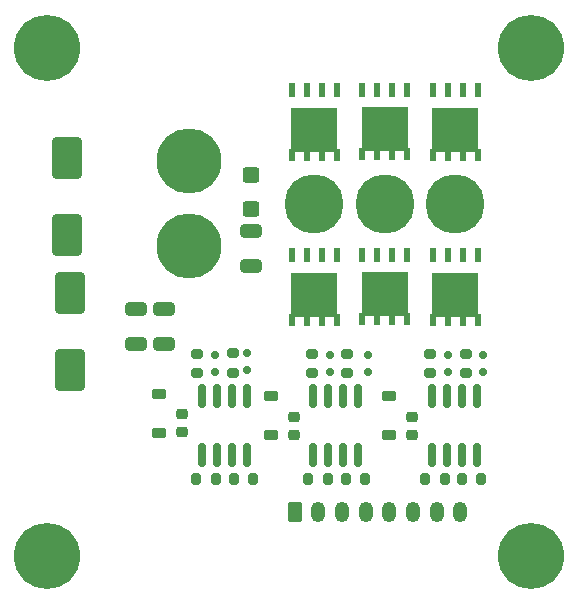
<source format=gts>
%TF.GenerationSoftware,KiCad,Pcbnew,8.0.1*%
%TF.CreationDate,2024-09-08T16:24:45+01:00*%
%TF.ProjectId,BaselineRP2040MotorController,42617365-6c69-46e6-9552-50323034304d,rev?*%
%TF.SameCoordinates,Original*%
%TF.FileFunction,Soldermask,Top*%
%TF.FilePolarity,Negative*%
%FSLAX46Y46*%
G04 Gerber Fmt 4.6, Leading zero omitted, Abs format (unit mm)*
G04 Created by KiCad (PCBNEW 8.0.1) date 2024-09-08 16:24:45*
%MOMM*%
%LPD*%
G01*
G04 APERTURE LIST*
G04 Aperture macros list*
%AMRoundRect*
0 Rectangle with rounded corners*
0 $1 Rounding radius*
0 $2 $3 $4 $5 $6 $7 $8 $9 X,Y pos of 4 corners*
0 Add a 4 corners polygon primitive as box body*
4,1,4,$2,$3,$4,$5,$6,$7,$8,$9,$2,$3,0*
0 Add four circle primitives for the rounded corners*
1,1,$1+$1,$2,$3*
1,1,$1+$1,$4,$5*
1,1,$1+$1,$6,$7*
1,1,$1+$1,$8,$9*
0 Add four rect primitives between the rounded corners*
20,1,$1+$1,$2,$3,$4,$5,0*
20,1,$1+$1,$4,$5,$6,$7,0*
20,1,$1+$1,$6,$7,$8,$9,0*
20,1,$1+$1,$8,$9,$2,$3,0*%
G04 Aperture macros list end*
%ADD10C,5.500000*%
%ADD11R,0.610000X1.270000*%
%ADD12R,3.910000X3.810000*%
%ADD13R,0.610000X1.020000*%
%ADD14RoundRect,0.225000X-0.250000X0.225000X-0.250000X-0.225000X0.250000X-0.225000X0.250000X0.225000X0*%
%ADD15RoundRect,0.250000X0.450000X-0.400000X0.450000X0.400000X-0.450000X0.400000X-0.450000X-0.400000X0*%
%ADD16RoundRect,0.200000X0.275000X-0.200000X0.275000X0.200000X-0.275000X0.200000X-0.275000X-0.200000X0*%
%ADD17RoundRect,0.150000X0.150000X-0.825000X0.150000X0.825000X-0.150000X0.825000X-0.150000X-0.825000X0*%
%ADD18RoundRect,0.250000X-0.650000X0.325000X-0.650000X-0.325000X0.650000X-0.325000X0.650000X0.325000X0*%
%ADD19C,2.900000*%
%ADD20C,5.000000*%
%ADD21RoundRect,0.200000X-0.200000X-0.275000X0.200000X-0.275000X0.200000X0.275000X-0.200000X0.275000X0*%
%ADD22RoundRect,0.150000X-0.200000X0.150000X-0.200000X-0.150000X0.200000X-0.150000X0.200000X0.150000X0*%
%ADD23RoundRect,0.200000X0.200000X0.275000X-0.200000X0.275000X-0.200000X-0.275000X0.200000X-0.275000X0*%
%ADD24C,3.600000*%
%ADD25C,5.600000*%
%ADD26RoundRect,0.250000X1.000000X-1.500000X1.000000X1.500000X-1.000000X1.500000X-1.000000X-1.500000X0*%
%ADD27RoundRect,0.250000X-0.350000X-0.625000X0.350000X-0.625000X0.350000X0.625000X-0.350000X0.625000X0*%
%ADD28O,1.200000X1.750000*%
%ADD29RoundRect,0.250000X0.650000X-0.325000X0.650000X0.325000X-0.650000X0.325000X-0.650000X-0.325000X0*%
%ADD30RoundRect,0.225000X-0.375000X0.225000X-0.375000X-0.225000X0.375000X-0.225000X0.375000X0.225000X0*%
%ADD31RoundRect,0.250000X-1.000000X1.500000X-1.000000X-1.500000X1.000000X-1.500000X1.000000X1.500000X0*%
G04 APERTURE END LIST*
D10*
%TO.C,J4*%
X54400000Y-65224999D03*
X54400000Y-72425001D03*
%TD*%
D11*
%TO.C,AL2*%
X71635000Y-59159996D03*
X70364998Y-59159997D03*
X72905000Y-59160000D03*
X69095000Y-59159995D03*
D12*
X71000000Y-62519998D03*
D13*
X69095002Y-64624998D03*
X70365003Y-64625000D03*
X72904999Y-64625002D03*
X71634999Y-64625002D03*
%TD*%
D14*
%TO.C,C28*%
X53874998Y-86575002D03*
X53875002Y-88124998D03*
%TD*%
D15*
%TO.C,D14*%
X59690000Y-69270002D03*
X59690000Y-66369998D03*
%TD*%
D16*
%TO.C,R17*%
X58125000Y-83100000D03*
X58124998Y-81450002D03*
%TD*%
D17*
%TO.C,U9*%
X74974691Y-90075000D03*
X76244691Y-90075000D03*
X77514691Y-90075000D03*
X78784690Y-90075000D03*
X78784691Y-85125000D03*
X77514691Y-85125000D03*
X76244691Y-85125000D03*
X74974692Y-85125000D03*
%TD*%
D18*
%TO.C,C34*%
X49979998Y-77754999D03*
X49980002Y-80705001D03*
%TD*%
D19*
%TO.C,H6*%
X71000000Y-68829998D03*
D20*
X71000000Y-68829998D03*
%TD*%
D21*
%TO.C,R23*%
X64513056Y-92100000D03*
X66163056Y-92100000D03*
%TD*%
D11*
%TO.C,AL3*%
X77635000Y-59189992D03*
X76364998Y-59189993D03*
X78905000Y-59189996D03*
X75095000Y-59189991D03*
D12*
X77000000Y-62549994D03*
D13*
X75095002Y-64654994D03*
X76365003Y-64654996D03*
X78904999Y-64654998D03*
X77634999Y-64654998D03*
%TD*%
D19*
%TO.C,H7*%
X77000000Y-68829998D03*
D20*
X77000000Y-68829998D03*
%TD*%
D11*
%TO.C,AH1*%
X65669997Y-73159996D03*
X64399995Y-73159997D03*
X66939997Y-73160000D03*
X63129997Y-73159995D03*
D12*
X65034997Y-76519998D03*
D13*
X63129999Y-78624998D03*
X64400000Y-78625000D03*
X66939996Y-78625002D03*
X65669996Y-78625002D03*
%TD*%
D22*
%TO.C,D4*%
X59375000Y-82850000D03*
X59375000Y-81450004D03*
%TD*%
%TO.C,D3*%
X56625000Y-83049998D03*
X56625000Y-81650002D03*
%TD*%
D23*
%TO.C,R11*%
X59875000Y-92100000D03*
X58225002Y-92100004D03*
%TD*%
D24*
%TO.C,H2*%
X42400000Y-55600000D03*
D25*
X42400000Y-55600000D03*
%TD*%
D22*
%TO.C,D11*%
X76354690Y-83049998D03*
X76354690Y-81650002D03*
%TD*%
D26*
%TO.C,C36*%
X44124999Y-71457503D03*
X44124995Y-64957501D03*
%TD*%
D14*
%TO.C,C22*%
X63338056Y-86850000D03*
X63338060Y-88399996D03*
%TD*%
D22*
%TO.C,D12*%
X79354691Y-83049998D03*
X79354691Y-81650002D03*
%TD*%
D11*
%TO.C,AH2*%
X71635000Y-73134996D03*
X70364998Y-73134997D03*
X72905000Y-73135000D03*
X69095000Y-73134995D03*
D12*
X71000000Y-76494998D03*
D13*
X69095002Y-78599998D03*
X70365003Y-78600000D03*
X72904999Y-78600002D03*
X71634999Y-78600002D03*
%TD*%
D17*
%TO.C,U5*%
X55494998Y-90074998D03*
X56764999Y-90075001D03*
X58035006Y-90075004D03*
X59305001Y-90074997D03*
X59305002Y-85125002D03*
X58035001Y-85124999D03*
X56764994Y-85124996D03*
X55494999Y-85125003D03*
%TD*%
D27*
%TO.C,J1*%
X63400000Y-94900000D03*
D28*
X65400000Y-94900000D03*
X67400000Y-94900000D03*
X69400000Y-94900000D03*
X71400000Y-94900000D03*
X73400000Y-94900000D03*
X75400000Y-94900000D03*
X77400000Y-94900000D03*
%TD*%
D29*
%TO.C,C38*%
X59690001Y-74085000D03*
X59689999Y-71135000D03*
%TD*%
D21*
%TO.C,R10*%
X55050000Y-92100000D03*
X56700000Y-92100000D03*
%TD*%
D19*
%TO.C,H5*%
X65034997Y-68829998D03*
D20*
X65034997Y-68829998D03*
%TD*%
D11*
%TO.C,AL1*%
X65669997Y-59194996D03*
X64399995Y-59194997D03*
X66939997Y-59195000D03*
X63129997Y-59194995D03*
D12*
X65034997Y-62554998D03*
D13*
X63129999Y-64659998D03*
X64400000Y-64660000D03*
X66939996Y-64660002D03*
X65669996Y-64660002D03*
%TD*%
D23*
%TO.C,R37*%
X79179690Y-92099998D03*
X77529692Y-92100002D03*
%TD*%
D22*
%TO.C,D7*%
X66338056Y-83049998D03*
X66338056Y-81650002D03*
%TD*%
D30*
%TO.C,D6*%
X61400002Y-85120930D03*
X61399998Y-88420926D03*
%TD*%
D14*
%TO.C,C16*%
X73354691Y-86850000D03*
X73354695Y-88399996D03*
%TD*%
D24*
%TO.C,H3*%
X42400000Y-98600000D03*
D25*
X42400000Y-98600000D03*
%TD*%
D16*
%TO.C,R30*%
X67840964Y-83173921D03*
X67840962Y-81523923D03*
%TD*%
%TO.C,R29*%
X64838057Y-83174999D03*
X64838055Y-81525001D03*
%TD*%
D23*
%TO.C,R24*%
X69338055Y-92099998D03*
X67688057Y-92100002D03*
%TD*%
D18*
%TO.C,C35*%
X52310001Y-77755000D03*
X52309999Y-80705000D03*
%TD*%
D16*
%TO.C,R42*%
X74854692Y-83174999D03*
X74854690Y-81525001D03*
%TD*%
D24*
%TO.C,H4*%
X83400000Y-98600000D03*
D25*
X83400000Y-98600000D03*
%TD*%
D11*
%TO.C,AH3*%
X77635000Y-73159996D03*
X76364998Y-73159997D03*
X78905000Y-73160000D03*
X75095000Y-73159995D03*
D12*
X77000000Y-76519998D03*
D13*
X75095002Y-78624998D03*
X76365003Y-78625000D03*
X78904999Y-78625002D03*
X77634999Y-78625002D03*
%TD*%
D17*
%TO.C,U7*%
X64933056Y-90075000D03*
X66203055Y-90075001D03*
X67473056Y-90075000D03*
X68743056Y-90075000D03*
X68743056Y-85125000D03*
X67473057Y-85124999D03*
X66203056Y-85125000D03*
X64933056Y-85125000D03*
%TD*%
D30*
%TO.C,D10*%
X71400002Y-85115478D03*
X71399998Y-88415474D03*
%TD*%
D16*
%TO.C,R43*%
X77854692Y-83174999D03*
X77854690Y-81525001D03*
%TD*%
D24*
%TO.C,H1*%
X83400000Y-55600000D03*
D25*
X83400000Y-55600000D03*
%TD*%
D31*
%TO.C,C37*%
X44400002Y-76349998D03*
X44399998Y-82850002D03*
%TD*%
D16*
%TO.C,R16*%
X55125001Y-83174999D03*
X55124999Y-81525001D03*
%TD*%
D22*
%TO.C,D8*%
X69588056Y-83049998D03*
X69588056Y-81650002D03*
%TD*%
D21*
%TO.C,R36*%
X74454691Y-92100000D03*
X76104691Y-92100000D03*
%TD*%
D30*
%TO.C,D2*%
X51875002Y-84950002D03*
X51874998Y-88249998D03*
%TD*%
M02*

</source>
